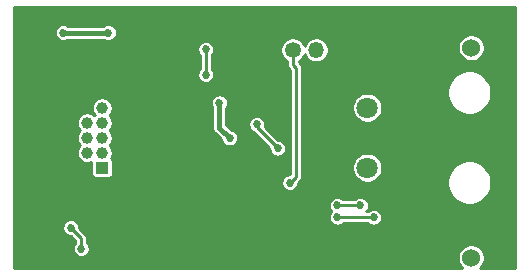
<source format=gbr>
G04 #@! TF.GenerationSoftware,KiCad,Pcbnew,(5.1.10)-1*
G04 #@! TF.CreationDate,2021-12-17T12:19:08+00:00*
G04 #@! TF.ProjectId,Updifier,55706469-6669-4657-922e-6b696361645f,rev?*
G04 #@! TF.SameCoordinates,Original*
G04 #@! TF.FileFunction,Copper,L2,Bot*
G04 #@! TF.FilePolarity,Positive*
%FSLAX46Y46*%
G04 Gerber Fmt 4.6, Leading zero omitted, Abs format (unit mm)*
G04 Created by KiCad (PCBNEW (5.1.10)-1) date 2021-12-17 12:19:08*
%MOMM*%
%LPD*%
G01*
G04 APERTURE LIST*
G04 #@! TA.AperFunction,ComponentPad*
%ADD10C,1.800000*%
G04 #@! TD*
G04 #@! TA.AperFunction,ComponentPad*
%ADD11O,1.350000X1.350000*%
G04 #@! TD*
G04 #@! TA.AperFunction,ComponentPad*
%ADD12C,1.350000*%
G04 #@! TD*
G04 #@! TA.AperFunction,ComponentPad*
%ADD13R,1.090000X1.000000*%
G04 #@! TD*
G04 #@! TA.AperFunction,ComponentPad*
%ADD14C,1.000000*%
G04 #@! TD*
G04 #@! TA.AperFunction,ComponentPad*
%ADD15C,1.524000*%
G04 #@! TD*
G04 #@! TA.AperFunction,ViaPad*
%ADD16C,0.685800*%
G04 #@! TD*
G04 #@! TA.AperFunction,Conductor*
%ADD17C,0.406400*%
G04 #@! TD*
G04 #@! TA.AperFunction,Conductor*
%ADD18C,0.250000*%
G04 #@! TD*
G04 #@! TA.AperFunction,Conductor*
%ADD19C,0.254000*%
G04 #@! TD*
G04 #@! TA.AperFunction,Conductor*
%ADD20C,0.100000*%
G04 #@! TD*
G04 APERTURE END LIST*
D10*
X176350000Y-62230000D03*
X176350000Y-59690000D03*
X176350000Y-57150000D03*
D11*
X172050000Y-52260000D03*
D12*
X170050000Y-52260000D03*
D13*
X153924000Y-62230000D03*
D14*
X152654000Y-62230000D03*
X153924000Y-60960000D03*
X152654000Y-60960000D03*
X153924000Y-59690000D03*
X152654000Y-59690000D03*
X153924000Y-58420000D03*
X152654000Y-58420000D03*
X153924000Y-57150000D03*
X152654000Y-57150000D03*
D15*
X185150000Y-69850000D03*
X185150000Y-67310000D03*
X185150000Y-52070000D03*
X185150000Y-49530000D03*
D16*
X156210000Y-69977000D03*
X148970994Y-67818000D03*
X160782000Y-50419000D03*
X159893000Y-55626000D03*
X173863000Y-57785000D03*
X171577000Y-60833000D03*
X161785000Y-60338000D03*
X163322000Y-61214000D03*
X164719000Y-69342000D03*
X147320000Y-69850000D03*
X147320000Y-59690000D03*
X156210000Y-49530000D03*
X187960000Y-59690000D03*
X187960000Y-50800000D03*
X187960000Y-68580000D03*
X152400000Y-54610000D03*
X154686000Y-69977000D03*
X159800000Y-61260000D03*
X166050000Y-51498992D03*
X166050000Y-54101994D03*
X169799998Y-63510000D03*
X152141784Y-69087068D03*
X151257000Y-67310000D03*
X175768000Y-65405000D03*
X173826890Y-65405000D03*
X163830000Y-56732900D03*
X164699996Y-59710000D03*
X154432000Y-50800000D03*
X150622000Y-50800000D03*
X168783000Y-60579000D03*
X167005000Y-58546984D03*
X162687000Y-54356000D03*
X162687000Y-52197000D03*
X176911000Y-66421000D03*
X173826890Y-66421000D03*
D17*
X149097988Y-62230000D02*
X148970994Y-62103006D01*
X152654000Y-62230000D02*
X149097988Y-62230000D01*
X148970994Y-62103006D02*
X148970994Y-67818000D01*
X158614254Y-50419000D02*
X160782000Y-50419000D01*
X152654000Y-56379254D02*
X158614254Y-50419000D01*
X152654000Y-57150000D02*
X152654000Y-56379254D01*
X160782000Y-54737000D02*
X159893000Y-55626000D01*
X160782000Y-50419000D02*
X160782000Y-54737000D01*
X175768000Y-59690000D02*
X173863000Y-57785000D01*
X176350000Y-59690000D02*
X175768000Y-59690000D01*
X171577000Y-60071000D02*
X173863000Y-57785000D01*
X171577000Y-60833000D02*
X171577000Y-60071000D01*
X183970000Y-67310000D02*
X185150000Y-67310000D01*
X176350000Y-59690000D02*
X183970000Y-67310000D01*
X160366966Y-55626000D02*
X159893000Y-55626000D01*
X161785000Y-57044034D02*
X160366966Y-55626000D01*
X161785000Y-60338000D02*
X161785000Y-57044034D01*
X163322000Y-61214000D02*
X163322000Y-67056000D01*
X164719000Y-68453000D02*
X164719000Y-69342000D01*
X163322000Y-67056000D02*
X164719000Y-68453000D01*
D18*
X147320000Y-69468994D02*
X147320000Y-69850000D01*
X148970994Y-67818000D02*
X147320000Y-69468994D01*
X147320000Y-59690000D02*
X147320000Y-52070000D01*
X149860000Y-49530000D02*
X156210000Y-49530000D01*
X147320000Y-52070000D02*
X149860000Y-49530000D01*
X187960000Y-59690000D02*
X187960000Y-50800000D01*
D17*
X151129994Y-69977000D02*
X154686000Y-69977000D01*
X148970994Y-67818000D02*
X151129994Y-69977000D01*
X156210000Y-69977000D02*
X154686000Y-69977000D01*
D18*
X171577000Y-60833000D02*
X171577000Y-63733000D01*
X171577000Y-63733000D02*
X170300000Y-65010000D01*
X167118000Y-65010000D02*
X163322000Y-61214000D01*
X170300000Y-65010000D02*
X167118000Y-65010000D01*
D17*
X157052000Y-64008000D02*
X159800000Y-61260000D01*
X153661254Y-64008000D02*
X157052000Y-64008000D01*
X152654000Y-63000746D02*
X153661254Y-64008000D01*
X152654000Y-62230000D02*
X152654000Y-63000746D01*
X164970008Y-50419000D02*
X166050000Y-51498992D01*
X160782000Y-50419000D02*
X164970008Y-50419000D01*
D18*
X157725254Y-49530000D02*
X158614254Y-50419000D01*
X156210000Y-49530000D02*
X157725254Y-49530000D01*
D17*
X148970994Y-58339006D02*
X148970994Y-62103006D01*
X150160000Y-57150000D02*
X148970994Y-58339006D01*
X152654000Y-57150000D02*
X150160000Y-57150000D01*
D18*
X166050000Y-51498992D02*
X166050000Y-54101994D01*
X187960000Y-59690000D02*
X187960000Y-68580000D01*
X170300000Y-63009998D02*
X169799998Y-63510000D01*
X170300000Y-53760000D02*
X170300000Y-63009998D01*
X170050000Y-53510000D02*
X170300000Y-53760000D01*
X170050000Y-53510000D02*
X170050000Y-52260000D01*
X152141784Y-68194784D02*
X151257000Y-67310000D01*
X152141784Y-69087068D02*
X152141784Y-68194784D01*
X175768000Y-65405000D02*
X173826890Y-65405000D01*
D17*
X163830000Y-58840004D02*
X164699996Y-59710000D01*
X163830000Y-56732900D02*
X163830000Y-58840004D01*
X150622000Y-50800000D02*
X154432000Y-50800000D01*
D18*
X162687000Y-54356000D02*
X162687000Y-52197000D01*
X167005000Y-58801000D02*
X167005000Y-58546984D01*
X168783000Y-60579000D02*
X167005000Y-58801000D01*
X176911000Y-66421000D02*
X173826890Y-66421000D01*
D19*
X188824001Y-70714000D02*
X185902446Y-70714000D01*
X186037826Y-70578620D01*
X186162913Y-70391413D01*
X186249075Y-70183401D01*
X186293000Y-69962576D01*
X186293000Y-69737424D01*
X186249075Y-69516599D01*
X186162913Y-69308587D01*
X186037826Y-69121380D01*
X185878620Y-68962174D01*
X185691413Y-68837087D01*
X185483401Y-68750925D01*
X185262576Y-68707000D01*
X185037424Y-68707000D01*
X184816599Y-68750925D01*
X184608587Y-68837087D01*
X184421380Y-68962174D01*
X184262174Y-69121380D01*
X184137087Y-69308587D01*
X184050925Y-69516599D01*
X184007000Y-69737424D01*
X184007000Y-69962576D01*
X184050925Y-70183401D01*
X184137087Y-70391413D01*
X184262174Y-70578620D01*
X184397554Y-70714000D01*
X146456000Y-70714000D01*
X146456000Y-67238702D01*
X150533100Y-67238702D01*
X150533100Y-67381298D01*
X150560919Y-67521154D01*
X150615488Y-67652895D01*
X150694710Y-67771460D01*
X150795540Y-67872290D01*
X150914105Y-67951512D01*
X151045846Y-68006081D01*
X151185702Y-68033900D01*
X151265309Y-68033900D01*
X151635785Y-68404377D01*
X151635785Y-68569317D01*
X151579494Y-68625608D01*
X151500272Y-68744173D01*
X151445703Y-68875914D01*
X151417884Y-69015770D01*
X151417884Y-69158366D01*
X151445703Y-69298222D01*
X151500272Y-69429963D01*
X151579494Y-69548528D01*
X151680324Y-69649358D01*
X151798889Y-69728580D01*
X151930630Y-69783149D01*
X152070486Y-69810968D01*
X152213082Y-69810968D01*
X152352938Y-69783149D01*
X152484679Y-69728580D01*
X152603244Y-69649358D01*
X152704074Y-69548528D01*
X152783296Y-69429963D01*
X152837865Y-69298222D01*
X152865684Y-69158366D01*
X152865684Y-69015770D01*
X152837865Y-68875914D01*
X152783296Y-68744173D01*
X152704074Y-68625608D01*
X152647784Y-68569318D01*
X152647784Y-68219638D01*
X152650232Y-68194784D01*
X152640462Y-68095591D01*
X152611529Y-68000209D01*
X152564543Y-67912305D01*
X152501311Y-67835257D01*
X152482004Y-67819412D01*
X151980900Y-67318309D01*
X151980900Y-67238702D01*
X151953081Y-67098846D01*
X151898512Y-66967105D01*
X151819290Y-66848540D01*
X151718460Y-66747710D01*
X151599895Y-66668488D01*
X151468154Y-66613919D01*
X151328298Y-66586100D01*
X151185702Y-66586100D01*
X151045846Y-66613919D01*
X150914105Y-66668488D01*
X150795540Y-66747710D01*
X150694710Y-66848540D01*
X150615488Y-66967105D01*
X150560919Y-67098846D01*
X150533100Y-67238702D01*
X146456000Y-67238702D01*
X146456000Y-65333702D01*
X173102990Y-65333702D01*
X173102990Y-65476298D01*
X173130809Y-65616154D01*
X173185378Y-65747895D01*
X173264600Y-65866460D01*
X173311140Y-65913000D01*
X173264600Y-65959540D01*
X173185378Y-66078105D01*
X173130809Y-66209846D01*
X173102990Y-66349702D01*
X173102990Y-66492298D01*
X173130809Y-66632154D01*
X173185378Y-66763895D01*
X173264600Y-66882460D01*
X173365430Y-66983290D01*
X173483995Y-67062512D01*
X173615736Y-67117081D01*
X173755592Y-67144900D01*
X173898188Y-67144900D01*
X174038044Y-67117081D01*
X174169785Y-67062512D01*
X174288350Y-66983290D01*
X174344640Y-66927000D01*
X176393250Y-66927000D01*
X176449540Y-66983290D01*
X176568105Y-67062512D01*
X176699846Y-67117081D01*
X176839702Y-67144900D01*
X176982298Y-67144900D01*
X177122154Y-67117081D01*
X177253895Y-67062512D01*
X177372460Y-66983290D01*
X177473290Y-66882460D01*
X177552512Y-66763895D01*
X177607081Y-66632154D01*
X177634900Y-66492298D01*
X177634900Y-66349702D01*
X177607081Y-66209846D01*
X177552512Y-66078105D01*
X177473290Y-65959540D01*
X177372460Y-65858710D01*
X177253895Y-65779488D01*
X177122154Y-65724919D01*
X176982298Y-65697100D01*
X176839702Y-65697100D01*
X176699846Y-65724919D01*
X176568105Y-65779488D01*
X176449540Y-65858710D01*
X176393250Y-65915000D01*
X176281750Y-65915000D01*
X176330290Y-65866460D01*
X176409512Y-65747895D01*
X176464081Y-65616154D01*
X176491900Y-65476298D01*
X176491900Y-65333702D01*
X176464081Y-65193846D01*
X176409512Y-65062105D01*
X176330290Y-64943540D01*
X176229460Y-64842710D01*
X176110895Y-64763488D01*
X175979154Y-64708919D01*
X175839298Y-64681100D01*
X175696702Y-64681100D01*
X175556846Y-64708919D01*
X175425105Y-64763488D01*
X175306540Y-64842710D01*
X175250250Y-64899000D01*
X174344640Y-64899000D01*
X174288350Y-64842710D01*
X174169785Y-64763488D01*
X174038044Y-64708919D01*
X173898188Y-64681100D01*
X173755592Y-64681100D01*
X173615736Y-64708919D01*
X173483995Y-64763488D01*
X173365430Y-64842710D01*
X173264600Y-64943540D01*
X173185378Y-65062105D01*
X173130809Y-65193846D01*
X173102990Y-65333702D01*
X146456000Y-65333702D01*
X146456000Y-58333229D01*
X151773000Y-58333229D01*
X151773000Y-58506771D01*
X151806856Y-58676978D01*
X151873268Y-58837310D01*
X151969682Y-58981605D01*
X152043077Y-59055000D01*
X151969682Y-59128395D01*
X151873268Y-59272690D01*
X151806856Y-59433022D01*
X151773000Y-59603229D01*
X151773000Y-59776771D01*
X151806856Y-59946978D01*
X151873268Y-60107310D01*
X151969682Y-60251605D01*
X152043077Y-60325000D01*
X151969682Y-60398395D01*
X151873268Y-60542690D01*
X151806856Y-60703022D01*
X151773000Y-60873229D01*
X151773000Y-61046771D01*
X151806856Y-61216978D01*
X151873268Y-61377310D01*
X151969682Y-61521605D01*
X152092395Y-61644318D01*
X152236690Y-61740732D01*
X152397022Y-61807144D01*
X152567229Y-61841000D01*
X152740771Y-61841000D01*
X152910978Y-61807144D01*
X152996157Y-61771862D01*
X152996157Y-62730000D01*
X153003513Y-62804689D01*
X153025299Y-62876508D01*
X153060678Y-62942696D01*
X153108289Y-63000711D01*
X153166304Y-63048322D01*
X153232492Y-63083701D01*
X153304311Y-63105487D01*
X153379000Y-63112843D01*
X154469000Y-63112843D01*
X154543689Y-63105487D01*
X154615508Y-63083701D01*
X154681696Y-63048322D01*
X154739711Y-63000711D01*
X154787322Y-62942696D01*
X154822701Y-62876508D01*
X154844487Y-62804689D01*
X154851843Y-62730000D01*
X154851843Y-61730000D01*
X154844487Y-61655311D01*
X154822701Y-61583492D01*
X154787322Y-61517304D01*
X154739711Y-61459289D01*
X154681743Y-61411716D01*
X154704732Y-61377310D01*
X154771144Y-61216978D01*
X154805000Y-61046771D01*
X154805000Y-60873229D01*
X154771144Y-60703022D01*
X154704732Y-60542690D01*
X154608318Y-60398395D01*
X154534923Y-60325000D01*
X154608318Y-60251605D01*
X154704732Y-60107310D01*
X154771144Y-59946978D01*
X154805000Y-59776771D01*
X154805000Y-59603229D01*
X154771144Y-59433022D01*
X154704732Y-59272690D01*
X154608318Y-59128395D01*
X154534923Y-59055000D01*
X154608318Y-58981605D01*
X154704732Y-58837310D01*
X154771144Y-58676978D01*
X154805000Y-58506771D01*
X154805000Y-58333229D01*
X154771144Y-58163022D01*
X154704732Y-58002690D01*
X154608318Y-57858395D01*
X154534923Y-57785000D01*
X154608318Y-57711605D01*
X154704732Y-57567310D01*
X154771144Y-57406978D01*
X154805000Y-57236771D01*
X154805000Y-57063229D01*
X154771144Y-56893022D01*
X154704732Y-56732690D01*
X154657233Y-56661602D01*
X163106100Y-56661602D01*
X163106100Y-56804198D01*
X163133919Y-56944054D01*
X163188488Y-57075795D01*
X163245800Y-57161569D01*
X163245801Y-58811310D01*
X163242975Y-58840004D01*
X163254254Y-58954527D01*
X163287659Y-59064648D01*
X163311513Y-59109274D01*
X163341907Y-59166138D01*
X163373345Y-59204446D01*
X163396620Y-59232807D01*
X163396623Y-59232810D01*
X163414911Y-59255094D01*
X163437195Y-59273382D01*
X163983790Y-59819977D01*
X164003915Y-59921154D01*
X164058484Y-60052895D01*
X164137706Y-60171460D01*
X164238536Y-60272290D01*
X164357101Y-60351512D01*
X164488842Y-60406081D01*
X164628698Y-60433900D01*
X164771294Y-60433900D01*
X164911150Y-60406081D01*
X165042891Y-60351512D01*
X165161456Y-60272290D01*
X165262286Y-60171460D01*
X165341508Y-60052895D01*
X165396077Y-59921154D01*
X165423896Y-59781298D01*
X165423896Y-59638702D01*
X165396077Y-59498846D01*
X165341508Y-59367105D01*
X165262286Y-59248540D01*
X165161456Y-59147710D01*
X165042891Y-59068488D01*
X164911150Y-59013919D01*
X164809973Y-58993794D01*
X164414200Y-58598021D01*
X164414200Y-58475686D01*
X166281100Y-58475686D01*
X166281100Y-58618282D01*
X166308919Y-58758138D01*
X166363488Y-58889879D01*
X166442710Y-59008444D01*
X166543540Y-59109274D01*
X166662105Y-59188496D01*
X166687370Y-59198961D01*
X168059100Y-60570692D01*
X168059100Y-60650298D01*
X168086919Y-60790154D01*
X168141488Y-60921895D01*
X168220710Y-61040460D01*
X168321540Y-61141290D01*
X168440105Y-61220512D01*
X168571846Y-61275081D01*
X168711702Y-61302900D01*
X168854298Y-61302900D01*
X168994154Y-61275081D01*
X169125895Y-61220512D01*
X169244460Y-61141290D01*
X169345290Y-61040460D01*
X169424512Y-60921895D01*
X169479081Y-60790154D01*
X169506900Y-60650298D01*
X169506900Y-60507702D01*
X169479081Y-60367846D01*
X169424512Y-60236105D01*
X169345290Y-60117540D01*
X169244460Y-60016710D01*
X169125895Y-59937488D01*
X168994154Y-59882919D01*
X168854298Y-59855100D01*
X168774692Y-59855100D01*
X167694241Y-58774650D01*
X167701081Y-58758138D01*
X167728900Y-58618282D01*
X167728900Y-58475686D01*
X167701081Y-58335830D01*
X167646512Y-58204089D01*
X167567290Y-58085524D01*
X167466460Y-57984694D01*
X167347895Y-57905472D01*
X167216154Y-57850903D01*
X167076298Y-57823084D01*
X166933702Y-57823084D01*
X166793846Y-57850903D01*
X166662105Y-57905472D01*
X166543540Y-57984694D01*
X166442710Y-58085524D01*
X166363488Y-58204089D01*
X166308919Y-58335830D01*
X166281100Y-58475686D01*
X164414200Y-58475686D01*
X164414200Y-57161569D01*
X164471512Y-57075795D01*
X164526081Y-56944054D01*
X164553900Y-56804198D01*
X164553900Y-56661602D01*
X164526081Y-56521746D01*
X164471512Y-56390005D01*
X164392290Y-56271440D01*
X164291460Y-56170610D01*
X164172895Y-56091388D01*
X164041154Y-56036819D01*
X163901298Y-56009000D01*
X163758702Y-56009000D01*
X163618846Y-56036819D01*
X163487105Y-56091388D01*
X163368540Y-56170610D01*
X163267710Y-56271440D01*
X163188488Y-56390005D01*
X163133919Y-56521746D01*
X163106100Y-56661602D01*
X154657233Y-56661602D01*
X154608318Y-56588395D01*
X154485605Y-56465682D01*
X154341310Y-56369268D01*
X154180978Y-56302856D01*
X154010771Y-56269000D01*
X153837229Y-56269000D01*
X153667022Y-56302856D01*
X153506690Y-56369268D01*
X153362395Y-56465682D01*
X153239682Y-56588395D01*
X153143268Y-56732690D01*
X153076856Y-56893022D01*
X153043000Y-57063229D01*
X153043000Y-57236771D01*
X153076856Y-57406978D01*
X153143268Y-57567310D01*
X153239682Y-57711605D01*
X153313077Y-57785000D01*
X153289000Y-57809077D01*
X153215605Y-57735682D01*
X153071310Y-57639268D01*
X152910978Y-57572856D01*
X152740771Y-57539000D01*
X152567229Y-57539000D01*
X152397022Y-57572856D01*
X152236690Y-57639268D01*
X152092395Y-57735682D01*
X151969682Y-57858395D01*
X151873268Y-58002690D01*
X151806856Y-58163022D01*
X151773000Y-58333229D01*
X146456000Y-58333229D01*
X146456000Y-52125702D01*
X161963100Y-52125702D01*
X161963100Y-52268298D01*
X161990919Y-52408154D01*
X162045488Y-52539895D01*
X162124710Y-52658460D01*
X162181001Y-52714751D01*
X162181000Y-53838250D01*
X162124710Y-53894540D01*
X162045488Y-54013105D01*
X161990919Y-54144846D01*
X161963100Y-54284702D01*
X161963100Y-54427298D01*
X161990919Y-54567154D01*
X162045488Y-54698895D01*
X162124710Y-54817460D01*
X162225540Y-54918290D01*
X162344105Y-54997512D01*
X162475846Y-55052081D01*
X162615702Y-55079900D01*
X162758298Y-55079900D01*
X162898154Y-55052081D01*
X163029895Y-54997512D01*
X163148460Y-54918290D01*
X163249290Y-54817460D01*
X163328512Y-54698895D01*
X163383081Y-54567154D01*
X163410900Y-54427298D01*
X163410900Y-54284702D01*
X163383081Y-54144846D01*
X163328512Y-54013105D01*
X163249290Y-53894540D01*
X163193000Y-53838250D01*
X163193000Y-52714750D01*
X163249290Y-52658460D01*
X163328512Y-52539895D01*
X163383081Y-52408154D01*
X163410900Y-52268298D01*
X163410900Y-52155993D01*
X168994000Y-52155993D01*
X168994000Y-52364007D01*
X169034581Y-52568024D01*
X169114185Y-52760204D01*
X169229751Y-52933161D01*
X169376839Y-53080249D01*
X169544000Y-53191942D01*
X169544000Y-53485153D01*
X169541553Y-53510000D01*
X169544000Y-53534846D01*
X169544000Y-53534853D01*
X169551322Y-53609192D01*
X169580255Y-53704574D01*
X169627241Y-53792479D01*
X169690473Y-53869527D01*
X169709785Y-53885376D01*
X169794000Y-53969591D01*
X169794001Y-62786100D01*
X169728700Y-62786100D01*
X169588844Y-62813919D01*
X169457103Y-62868488D01*
X169338538Y-62947710D01*
X169237708Y-63048540D01*
X169158486Y-63167105D01*
X169103917Y-63298846D01*
X169076098Y-63438702D01*
X169076098Y-63581298D01*
X169103917Y-63721154D01*
X169158486Y-63852895D01*
X169237708Y-63971460D01*
X169338538Y-64072290D01*
X169457103Y-64151512D01*
X169588844Y-64206081D01*
X169728700Y-64233900D01*
X169871296Y-64233900D01*
X170011152Y-64206081D01*
X170142893Y-64151512D01*
X170261458Y-64072290D01*
X170362288Y-63971460D01*
X170441510Y-63852895D01*
X170496079Y-63721154D01*
X170523898Y-63581298D01*
X170523898Y-63501692D01*
X170640220Y-63385370D01*
X170659527Y-63369525D01*
X170722759Y-63292477D01*
X170769745Y-63204573D01*
X170798678Y-63109191D01*
X170806000Y-63034852D01*
X170808448Y-63009998D01*
X170806000Y-62985144D01*
X170806000Y-62103833D01*
X175069000Y-62103833D01*
X175069000Y-62356167D01*
X175118228Y-62603654D01*
X175214793Y-62836781D01*
X175354982Y-63046590D01*
X175533410Y-63225018D01*
X175743219Y-63365207D01*
X175976346Y-63461772D01*
X176223833Y-63511000D01*
X176476167Y-63511000D01*
X176723654Y-63461772D01*
X176956781Y-63365207D01*
X177032313Y-63314738D01*
X183109000Y-63314738D01*
X183109000Y-63685262D01*
X183181286Y-64048667D01*
X183323080Y-64390987D01*
X183528932Y-64699067D01*
X183790933Y-64961068D01*
X184099013Y-65166920D01*
X184441333Y-65308714D01*
X184804738Y-65381000D01*
X185175262Y-65381000D01*
X185538667Y-65308714D01*
X185880987Y-65166920D01*
X186189067Y-64961068D01*
X186451068Y-64699067D01*
X186656920Y-64390987D01*
X186798714Y-64048667D01*
X186871000Y-63685262D01*
X186871000Y-63314738D01*
X186798714Y-62951333D01*
X186656920Y-62609013D01*
X186451068Y-62300933D01*
X186189067Y-62038932D01*
X185880987Y-61833080D01*
X185538667Y-61691286D01*
X185175262Y-61619000D01*
X184804738Y-61619000D01*
X184441333Y-61691286D01*
X184099013Y-61833080D01*
X183790933Y-62038932D01*
X183528932Y-62300933D01*
X183323080Y-62609013D01*
X183181286Y-62951333D01*
X183109000Y-63314738D01*
X177032313Y-63314738D01*
X177166590Y-63225018D01*
X177345018Y-63046590D01*
X177485207Y-62836781D01*
X177581772Y-62603654D01*
X177631000Y-62356167D01*
X177631000Y-62103833D01*
X177581772Y-61856346D01*
X177485207Y-61623219D01*
X177345018Y-61413410D01*
X177166590Y-61234982D01*
X176956781Y-61094793D01*
X176723654Y-60998228D01*
X176476167Y-60949000D01*
X176223833Y-60949000D01*
X175976346Y-60998228D01*
X175743219Y-61094793D01*
X175533410Y-61234982D01*
X175354982Y-61413410D01*
X175214793Y-61623219D01*
X175118228Y-61856346D01*
X175069000Y-62103833D01*
X170806000Y-62103833D01*
X170806000Y-57023833D01*
X175069000Y-57023833D01*
X175069000Y-57276167D01*
X175118228Y-57523654D01*
X175214793Y-57756781D01*
X175354982Y-57966590D01*
X175533410Y-58145018D01*
X175743219Y-58285207D01*
X175976346Y-58381772D01*
X176223833Y-58431000D01*
X176476167Y-58431000D01*
X176723654Y-58381772D01*
X176956781Y-58285207D01*
X177166590Y-58145018D01*
X177345018Y-57966590D01*
X177485207Y-57756781D01*
X177581772Y-57523654D01*
X177631000Y-57276167D01*
X177631000Y-57023833D01*
X177581772Y-56776346D01*
X177485207Y-56543219D01*
X177345018Y-56333410D01*
X177166590Y-56154982D01*
X176956781Y-56014793D01*
X176723654Y-55918228D01*
X176476167Y-55869000D01*
X176223833Y-55869000D01*
X175976346Y-55918228D01*
X175743219Y-56014793D01*
X175533410Y-56154982D01*
X175354982Y-56333410D01*
X175214793Y-56543219D01*
X175118228Y-56776346D01*
X175069000Y-57023833D01*
X170806000Y-57023833D01*
X170806000Y-55694738D01*
X183109000Y-55694738D01*
X183109000Y-56065262D01*
X183181286Y-56428667D01*
X183323080Y-56770987D01*
X183528932Y-57079067D01*
X183790933Y-57341068D01*
X184099013Y-57546920D01*
X184441333Y-57688714D01*
X184804738Y-57761000D01*
X185175262Y-57761000D01*
X185538667Y-57688714D01*
X185880987Y-57546920D01*
X186189067Y-57341068D01*
X186451068Y-57079067D01*
X186656920Y-56770987D01*
X186798714Y-56428667D01*
X186871000Y-56065262D01*
X186871000Y-55694738D01*
X186798714Y-55331333D01*
X186656920Y-54989013D01*
X186451068Y-54680933D01*
X186189067Y-54418932D01*
X185880987Y-54213080D01*
X185538667Y-54071286D01*
X185175262Y-53999000D01*
X184804738Y-53999000D01*
X184441333Y-54071286D01*
X184099013Y-54213080D01*
X183790933Y-54418932D01*
X183528932Y-54680933D01*
X183323080Y-54989013D01*
X183181286Y-55331333D01*
X183109000Y-55694738D01*
X170806000Y-55694738D01*
X170806000Y-53784845D01*
X170808447Y-53759999D01*
X170806000Y-53735153D01*
X170806000Y-53735146D01*
X170798678Y-53660807D01*
X170769745Y-53565425D01*
X170722759Y-53477521D01*
X170659527Y-53400473D01*
X170640215Y-53384624D01*
X170556000Y-53300409D01*
X170556000Y-53191942D01*
X170723161Y-53080249D01*
X170870249Y-52933161D01*
X170985815Y-52760204D01*
X171050000Y-52605249D01*
X171114185Y-52760204D01*
X171229751Y-52933161D01*
X171376839Y-53080249D01*
X171549796Y-53195815D01*
X171741976Y-53275419D01*
X171945993Y-53316000D01*
X172154007Y-53316000D01*
X172358024Y-53275419D01*
X172550204Y-53195815D01*
X172723161Y-53080249D01*
X172870249Y-52933161D01*
X172985815Y-52760204D01*
X173065419Y-52568024D01*
X173106000Y-52364007D01*
X173106000Y-52155993D01*
X173066503Y-51957424D01*
X184007000Y-51957424D01*
X184007000Y-52182576D01*
X184050925Y-52403401D01*
X184137087Y-52611413D01*
X184262174Y-52798620D01*
X184421380Y-52957826D01*
X184608587Y-53082913D01*
X184816599Y-53169075D01*
X185037424Y-53213000D01*
X185262576Y-53213000D01*
X185483401Y-53169075D01*
X185691413Y-53082913D01*
X185878620Y-52957826D01*
X186037826Y-52798620D01*
X186162913Y-52611413D01*
X186249075Y-52403401D01*
X186293000Y-52182576D01*
X186293000Y-51957424D01*
X186249075Y-51736599D01*
X186162913Y-51528587D01*
X186037826Y-51341380D01*
X185878620Y-51182174D01*
X185691413Y-51057087D01*
X185483401Y-50970925D01*
X185262576Y-50927000D01*
X185037424Y-50927000D01*
X184816599Y-50970925D01*
X184608587Y-51057087D01*
X184421380Y-51182174D01*
X184262174Y-51341380D01*
X184137087Y-51528587D01*
X184050925Y-51736599D01*
X184007000Y-51957424D01*
X173066503Y-51957424D01*
X173065419Y-51951976D01*
X172985815Y-51759796D01*
X172870249Y-51586839D01*
X172723161Y-51439751D01*
X172550204Y-51324185D01*
X172358024Y-51244581D01*
X172154007Y-51204000D01*
X171945993Y-51204000D01*
X171741976Y-51244581D01*
X171549796Y-51324185D01*
X171376839Y-51439751D01*
X171229751Y-51586839D01*
X171114185Y-51759796D01*
X171050000Y-51914751D01*
X170985815Y-51759796D01*
X170870249Y-51586839D01*
X170723161Y-51439751D01*
X170550204Y-51324185D01*
X170358024Y-51244581D01*
X170154007Y-51204000D01*
X169945993Y-51204000D01*
X169741976Y-51244581D01*
X169549796Y-51324185D01*
X169376839Y-51439751D01*
X169229751Y-51586839D01*
X169114185Y-51759796D01*
X169034581Y-51951976D01*
X168994000Y-52155993D01*
X163410900Y-52155993D01*
X163410900Y-52125702D01*
X163383081Y-51985846D01*
X163328512Y-51854105D01*
X163249290Y-51735540D01*
X163148460Y-51634710D01*
X163029895Y-51555488D01*
X162898154Y-51500919D01*
X162758298Y-51473100D01*
X162615702Y-51473100D01*
X162475846Y-51500919D01*
X162344105Y-51555488D01*
X162225540Y-51634710D01*
X162124710Y-51735540D01*
X162045488Y-51854105D01*
X161990919Y-51985846D01*
X161963100Y-52125702D01*
X146456000Y-52125702D01*
X146456000Y-50728702D01*
X149898100Y-50728702D01*
X149898100Y-50871298D01*
X149925919Y-51011154D01*
X149980488Y-51142895D01*
X150059710Y-51261460D01*
X150160540Y-51362290D01*
X150279105Y-51441512D01*
X150410846Y-51496081D01*
X150550702Y-51523900D01*
X150693298Y-51523900D01*
X150833154Y-51496081D01*
X150964895Y-51441512D01*
X151050669Y-51384200D01*
X154003331Y-51384200D01*
X154089105Y-51441512D01*
X154220846Y-51496081D01*
X154360702Y-51523900D01*
X154503298Y-51523900D01*
X154643154Y-51496081D01*
X154774895Y-51441512D01*
X154893460Y-51362290D01*
X154994290Y-51261460D01*
X155073512Y-51142895D01*
X155128081Y-51011154D01*
X155155900Y-50871298D01*
X155155900Y-50728702D01*
X155128081Y-50588846D01*
X155073512Y-50457105D01*
X154994290Y-50338540D01*
X154893460Y-50237710D01*
X154774895Y-50158488D01*
X154643154Y-50103919D01*
X154503298Y-50076100D01*
X154360702Y-50076100D01*
X154220846Y-50103919D01*
X154089105Y-50158488D01*
X154003331Y-50215800D01*
X151050669Y-50215800D01*
X150964895Y-50158488D01*
X150833154Y-50103919D01*
X150693298Y-50076100D01*
X150550702Y-50076100D01*
X150410846Y-50103919D01*
X150279105Y-50158488D01*
X150160540Y-50237710D01*
X150059710Y-50338540D01*
X149980488Y-50457105D01*
X149925919Y-50588846D01*
X149898100Y-50728702D01*
X146456000Y-50728702D01*
X146456000Y-48666000D01*
X188824000Y-48666000D01*
X188824001Y-70714000D01*
G04 #@! TA.AperFunction,Conductor*
D20*
G36*
X188824001Y-70714000D02*
G01*
X185902446Y-70714000D01*
X186037826Y-70578620D01*
X186162913Y-70391413D01*
X186249075Y-70183401D01*
X186293000Y-69962576D01*
X186293000Y-69737424D01*
X186249075Y-69516599D01*
X186162913Y-69308587D01*
X186037826Y-69121380D01*
X185878620Y-68962174D01*
X185691413Y-68837087D01*
X185483401Y-68750925D01*
X185262576Y-68707000D01*
X185037424Y-68707000D01*
X184816599Y-68750925D01*
X184608587Y-68837087D01*
X184421380Y-68962174D01*
X184262174Y-69121380D01*
X184137087Y-69308587D01*
X184050925Y-69516599D01*
X184007000Y-69737424D01*
X184007000Y-69962576D01*
X184050925Y-70183401D01*
X184137087Y-70391413D01*
X184262174Y-70578620D01*
X184397554Y-70714000D01*
X146456000Y-70714000D01*
X146456000Y-67238702D01*
X150533100Y-67238702D01*
X150533100Y-67381298D01*
X150560919Y-67521154D01*
X150615488Y-67652895D01*
X150694710Y-67771460D01*
X150795540Y-67872290D01*
X150914105Y-67951512D01*
X151045846Y-68006081D01*
X151185702Y-68033900D01*
X151265309Y-68033900D01*
X151635785Y-68404377D01*
X151635785Y-68569317D01*
X151579494Y-68625608D01*
X151500272Y-68744173D01*
X151445703Y-68875914D01*
X151417884Y-69015770D01*
X151417884Y-69158366D01*
X151445703Y-69298222D01*
X151500272Y-69429963D01*
X151579494Y-69548528D01*
X151680324Y-69649358D01*
X151798889Y-69728580D01*
X151930630Y-69783149D01*
X152070486Y-69810968D01*
X152213082Y-69810968D01*
X152352938Y-69783149D01*
X152484679Y-69728580D01*
X152603244Y-69649358D01*
X152704074Y-69548528D01*
X152783296Y-69429963D01*
X152837865Y-69298222D01*
X152865684Y-69158366D01*
X152865684Y-69015770D01*
X152837865Y-68875914D01*
X152783296Y-68744173D01*
X152704074Y-68625608D01*
X152647784Y-68569318D01*
X152647784Y-68219638D01*
X152650232Y-68194784D01*
X152640462Y-68095591D01*
X152611529Y-68000209D01*
X152564543Y-67912305D01*
X152501311Y-67835257D01*
X152482004Y-67819412D01*
X151980900Y-67318309D01*
X151980900Y-67238702D01*
X151953081Y-67098846D01*
X151898512Y-66967105D01*
X151819290Y-66848540D01*
X151718460Y-66747710D01*
X151599895Y-66668488D01*
X151468154Y-66613919D01*
X151328298Y-66586100D01*
X151185702Y-66586100D01*
X151045846Y-66613919D01*
X150914105Y-66668488D01*
X150795540Y-66747710D01*
X150694710Y-66848540D01*
X150615488Y-66967105D01*
X150560919Y-67098846D01*
X150533100Y-67238702D01*
X146456000Y-67238702D01*
X146456000Y-65333702D01*
X173102990Y-65333702D01*
X173102990Y-65476298D01*
X173130809Y-65616154D01*
X173185378Y-65747895D01*
X173264600Y-65866460D01*
X173311140Y-65913000D01*
X173264600Y-65959540D01*
X173185378Y-66078105D01*
X173130809Y-66209846D01*
X173102990Y-66349702D01*
X173102990Y-66492298D01*
X173130809Y-66632154D01*
X173185378Y-66763895D01*
X173264600Y-66882460D01*
X173365430Y-66983290D01*
X173483995Y-67062512D01*
X173615736Y-67117081D01*
X173755592Y-67144900D01*
X173898188Y-67144900D01*
X174038044Y-67117081D01*
X174169785Y-67062512D01*
X174288350Y-66983290D01*
X174344640Y-66927000D01*
X176393250Y-66927000D01*
X176449540Y-66983290D01*
X176568105Y-67062512D01*
X176699846Y-67117081D01*
X176839702Y-67144900D01*
X176982298Y-67144900D01*
X177122154Y-67117081D01*
X177253895Y-67062512D01*
X177372460Y-66983290D01*
X177473290Y-66882460D01*
X177552512Y-66763895D01*
X177607081Y-66632154D01*
X177634900Y-66492298D01*
X177634900Y-66349702D01*
X177607081Y-66209846D01*
X177552512Y-66078105D01*
X177473290Y-65959540D01*
X177372460Y-65858710D01*
X177253895Y-65779488D01*
X177122154Y-65724919D01*
X176982298Y-65697100D01*
X176839702Y-65697100D01*
X176699846Y-65724919D01*
X176568105Y-65779488D01*
X176449540Y-65858710D01*
X176393250Y-65915000D01*
X176281750Y-65915000D01*
X176330290Y-65866460D01*
X176409512Y-65747895D01*
X176464081Y-65616154D01*
X176491900Y-65476298D01*
X176491900Y-65333702D01*
X176464081Y-65193846D01*
X176409512Y-65062105D01*
X176330290Y-64943540D01*
X176229460Y-64842710D01*
X176110895Y-64763488D01*
X175979154Y-64708919D01*
X175839298Y-64681100D01*
X175696702Y-64681100D01*
X175556846Y-64708919D01*
X175425105Y-64763488D01*
X175306540Y-64842710D01*
X175250250Y-64899000D01*
X174344640Y-64899000D01*
X174288350Y-64842710D01*
X174169785Y-64763488D01*
X174038044Y-64708919D01*
X173898188Y-64681100D01*
X173755592Y-64681100D01*
X173615736Y-64708919D01*
X173483995Y-64763488D01*
X173365430Y-64842710D01*
X173264600Y-64943540D01*
X173185378Y-65062105D01*
X173130809Y-65193846D01*
X173102990Y-65333702D01*
X146456000Y-65333702D01*
X146456000Y-58333229D01*
X151773000Y-58333229D01*
X151773000Y-58506771D01*
X151806856Y-58676978D01*
X151873268Y-58837310D01*
X151969682Y-58981605D01*
X152043077Y-59055000D01*
X151969682Y-59128395D01*
X151873268Y-59272690D01*
X151806856Y-59433022D01*
X151773000Y-59603229D01*
X151773000Y-59776771D01*
X151806856Y-59946978D01*
X151873268Y-60107310D01*
X151969682Y-60251605D01*
X152043077Y-60325000D01*
X151969682Y-60398395D01*
X151873268Y-60542690D01*
X151806856Y-60703022D01*
X151773000Y-60873229D01*
X151773000Y-61046771D01*
X151806856Y-61216978D01*
X151873268Y-61377310D01*
X151969682Y-61521605D01*
X152092395Y-61644318D01*
X152236690Y-61740732D01*
X152397022Y-61807144D01*
X152567229Y-61841000D01*
X152740771Y-61841000D01*
X152910978Y-61807144D01*
X152996157Y-61771862D01*
X152996157Y-62730000D01*
X153003513Y-62804689D01*
X153025299Y-62876508D01*
X153060678Y-62942696D01*
X153108289Y-63000711D01*
X153166304Y-63048322D01*
X153232492Y-63083701D01*
X153304311Y-63105487D01*
X153379000Y-63112843D01*
X154469000Y-63112843D01*
X154543689Y-63105487D01*
X154615508Y-63083701D01*
X154681696Y-63048322D01*
X154739711Y-63000711D01*
X154787322Y-62942696D01*
X154822701Y-62876508D01*
X154844487Y-62804689D01*
X154851843Y-62730000D01*
X154851843Y-61730000D01*
X154844487Y-61655311D01*
X154822701Y-61583492D01*
X154787322Y-61517304D01*
X154739711Y-61459289D01*
X154681743Y-61411716D01*
X154704732Y-61377310D01*
X154771144Y-61216978D01*
X154805000Y-61046771D01*
X154805000Y-60873229D01*
X154771144Y-60703022D01*
X154704732Y-60542690D01*
X154608318Y-60398395D01*
X154534923Y-60325000D01*
X154608318Y-60251605D01*
X154704732Y-60107310D01*
X154771144Y-59946978D01*
X154805000Y-59776771D01*
X154805000Y-59603229D01*
X154771144Y-59433022D01*
X154704732Y-59272690D01*
X154608318Y-59128395D01*
X154534923Y-59055000D01*
X154608318Y-58981605D01*
X154704732Y-58837310D01*
X154771144Y-58676978D01*
X154805000Y-58506771D01*
X154805000Y-58333229D01*
X154771144Y-58163022D01*
X154704732Y-58002690D01*
X154608318Y-57858395D01*
X154534923Y-57785000D01*
X154608318Y-57711605D01*
X154704732Y-57567310D01*
X154771144Y-57406978D01*
X154805000Y-57236771D01*
X154805000Y-57063229D01*
X154771144Y-56893022D01*
X154704732Y-56732690D01*
X154657233Y-56661602D01*
X163106100Y-56661602D01*
X163106100Y-56804198D01*
X163133919Y-56944054D01*
X163188488Y-57075795D01*
X163245800Y-57161569D01*
X163245801Y-58811310D01*
X163242975Y-58840004D01*
X163254254Y-58954527D01*
X163287659Y-59064648D01*
X163311513Y-59109274D01*
X163341907Y-59166138D01*
X163373345Y-59204446D01*
X163396620Y-59232807D01*
X163396623Y-59232810D01*
X163414911Y-59255094D01*
X163437195Y-59273382D01*
X163983790Y-59819977D01*
X164003915Y-59921154D01*
X164058484Y-60052895D01*
X164137706Y-60171460D01*
X164238536Y-60272290D01*
X164357101Y-60351512D01*
X164488842Y-60406081D01*
X164628698Y-60433900D01*
X164771294Y-60433900D01*
X164911150Y-60406081D01*
X165042891Y-60351512D01*
X165161456Y-60272290D01*
X165262286Y-60171460D01*
X165341508Y-60052895D01*
X165396077Y-59921154D01*
X165423896Y-59781298D01*
X165423896Y-59638702D01*
X165396077Y-59498846D01*
X165341508Y-59367105D01*
X165262286Y-59248540D01*
X165161456Y-59147710D01*
X165042891Y-59068488D01*
X164911150Y-59013919D01*
X164809973Y-58993794D01*
X164414200Y-58598021D01*
X164414200Y-58475686D01*
X166281100Y-58475686D01*
X166281100Y-58618282D01*
X166308919Y-58758138D01*
X166363488Y-58889879D01*
X166442710Y-59008444D01*
X166543540Y-59109274D01*
X166662105Y-59188496D01*
X166687370Y-59198961D01*
X168059100Y-60570692D01*
X168059100Y-60650298D01*
X168086919Y-60790154D01*
X168141488Y-60921895D01*
X168220710Y-61040460D01*
X168321540Y-61141290D01*
X168440105Y-61220512D01*
X168571846Y-61275081D01*
X168711702Y-61302900D01*
X168854298Y-61302900D01*
X168994154Y-61275081D01*
X169125895Y-61220512D01*
X169244460Y-61141290D01*
X169345290Y-61040460D01*
X169424512Y-60921895D01*
X169479081Y-60790154D01*
X169506900Y-60650298D01*
X169506900Y-60507702D01*
X169479081Y-60367846D01*
X169424512Y-60236105D01*
X169345290Y-60117540D01*
X169244460Y-60016710D01*
X169125895Y-59937488D01*
X168994154Y-59882919D01*
X168854298Y-59855100D01*
X168774692Y-59855100D01*
X167694241Y-58774650D01*
X167701081Y-58758138D01*
X167728900Y-58618282D01*
X167728900Y-58475686D01*
X167701081Y-58335830D01*
X167646512Y-58204089D01*
X167567290Y-58085524D01*
X167466460Y-57984694D01*
X167347895Y-57905472D01*
X167216154Y-57850903D01*
X167076298Y-57823084D01*
X166933702Y-57823084D01*
X166793846Y-57850903D01*
X166662105Y-57905472D01*
X166543540Y-57984694D01*
X166442710Y-58085524D01*
X166363488Y-58204089D01*
X166308919Y-58335830D01*
X166281100Y-58475686D01*
X164414200Y-58475686D01*
X164414200Y-57161569D01*
X164471512Y-57075795D01*
X164526081Y-56944054D01*
X164553900Y-56804198D01*
X164553900Y-56661602D01*
X164526081Y-56521746D01*
X164471512Y-56390005D01*
X164392290Y-56271440D01*
X164291460Y-56170610D01*
X164172895Y-56091388D01*
X164041154Y-56036819D01*
X163901298Y-56009000D01*
X163758702Y-56009000D01*
X163618846Y-56036819D01*
X163487105Y-56091388D01*
X163368540Y-56170610D01*
X163267710Y-56271440D01*
X163188488Y-56390005D01*
X163133919Y-56521746D01*
X163106100Y-56661602D01*
X154657233Y-56661602D01*
X154608318Y-56588395D01*
X154485605Y-56465682D01*
X154341310Y-56369268D01*
X154180978Y-56302856D01*
X154010771Y-56269000D01*
X153837229Y-56269000D01*
X153667022Y-56302856D01*
X153506690Y-56369268D01*
X153362395Y-56465682D01*
X153239682Y-56588395D01*
X153143268Y-56732690D01*
X153076856Y-56893022D01*
X153043000Y-57063229D01*
X153043000Y-57236771D01*
X153076856Y-57406978D01*
X153143268Y-57567310D01*
X153239682Y-57711605D01*
X153313077Y-57785000D01*
X153289000Y-57809077D01*
X153215605Y-57735682D01*
X153071310Y-57639268D01*
X152910978Y-57572856D01*
X152740771Y-57539000D01*
X152567229Y-57539000D01*
X152397022Y-57572856D01*
X152236690Y-57639268D01*
X152092395Y-57735682D01*
X151969682Y-57858395D01*
X151873268Y-58002690D01*
X151806856Y-58163022D01*
X151773000Y-58333229D01*
X146456000Y-58333229D01*
X146456000Y-52125702D01*
X161963100Y-52125702D01*
X161963100Y-52268298D01*
X161990919Y-52408154D01*
X162045488Y-52539895D01*
X162124710Y-52658460D01*
X162181001Y-52714751D01*
X162181000Y-53838250D01*
X162124710Y-53894540D01*
X162045488Y-54013105D01*
X161990919Y-54144846D01*
X161963100Y-54284702D01*
X161963100Y-54427298D01*
X161990919Y-54567154D01*
X162045488Y-54698895D01*
X162124710Y-54817460D01*
X162225540Y-54918290D01*
X162344105Y-54997512D01*
X162475846Y-55052081D01*
X162615702Y-55079900D01*
X162758298Y-55079900D01*
X162898154Y-55052081D01*
X163029895Y-54997512D01*
X163148460Y-54918290D01*
X163249290Y-54817460D01*
X163328512Y-54698895D01*
X163383081Y-54567154D01*
X163410900Y-54427298D01*
X163410900Y-54284702D01*
X163383081Y-54144846D01*
X163328512Y-54013105D01*
X163249290Y-53894540D01*
X163193000Y-53838250D01*
X163193000Y-52714750D01*
X163249290Y-52658460D01*
X163328512Y-52539895D01*
X163383081Y-52408154D01*
X163410900Y-52268298D01*
X163410900Y-52155993D01*
X168994000Y-52155993D01*
X168994000Y-52364007D01*
X169034581Y-52568024D01*
X169114185Y-52760204D01*
X169229751Y-52933161D01*
X169376839Y-53080249D01*
X169544000Y-53191942D01*
X169544000Y-53485153D01*
X169541553Y-53510000D01*
X169544000Y-53534846D01*
X169544000Y-53534853D01*
X169551322Y-53609192D01*
X169580255Y-53704574D01*
X169627241Y-53792479D01*
X169690473Y-53869527D01*
X169709785Y-53885376D01*
X169794000Y-53969591D01*
X169794001Y-62786100D01*
X169728700Y-62786100D01*
X169588844Y-62813919D01*
X169457103Y-62868488D01*
X169338538Y-62947710D01*
X169237708Y-63048540D01*
X169158486Y-63167105D01*
X169103917Y-63298846D01*
X169076098Y-63438702D01*
X169076098Y-63581298D01*
X169103917Y-63721154D01*
X169158486Y-63852895D01*
X169237708Y-63971460D01*
X169338538Y-64072290D01*
X169457103Y-64151512D01*
X169588844Y-64206081D01*
X169728700Y-64233900D01*
X169871296Y-64233900D01*
X170011152Y-64206081D01*
X170142893Y-64151512D01*
X170261458Y-64072290D01*
X170362288Y-63971460D01*
X170441510Y-63852895D01*
X170496079Y-63721154D01*
X170523898Y-63581298D01*
X170523898Y-63501692D01*
X170640220Y-63385370D01*
X170659527Y-63369525D01*
X170722759Y-63292477D01*
X170769745Y-63204573D01*
X170798678Y-63109191D01*
X170806000Y-63034852D01*
X170808448Y-63009998D01*
X170806000Y-62985144D01*
X170806000Y-62103833D01*
X175069000Y-62103833D01*
X175069000Y-62356167D01*
X175118228Y-62603654D01*
X175214793Y-62836781D01*
X175354982Y-63046590D01*
X175533410Y-63225018D01*
X175743219Y-63365207D01*
X175976346Y-63461772D01*
X176223833Y-63511000D01*
X176476167Y-63511000D01*
X176723654Y-63461772D01*
X176956781Y-63365207D01*
X177032313Y-63314738D01*
X183109000Y-63314738D01*
X183109000Y-63685262D01*
X183181286Y-64048667D01*
X183323080Y-64390987D01*
X183528932Y-64699067D01*
X183790933Y-64961068D01*
X184099013Y-65166920D01*
X184441333Y-65308714D01*
X184804738Y-65381000D01*
X185175262Y-65381000D01*
X185538667Y-65308714D01*
X185880987Y-65166920D01*
X186189067Y-64961068D01*
X186451068Y-64699067D01*
X186656920Y-64390987D01*
X186798714Y-64048667D01*
X186871000Y-63685262D01*
X186871000Y-63314738D01*
X186798714Y-62951333D01*
X186656920Y-62609013D01*
X186451068Y-62300933D01*
X186189067Y-62038932D01*
X185880987Y-61833080D01*
X185538667Y-61691286D01*
X185175262Y-61619000D01*
X184804738Y-61619000D01*
X184441333Y-61691286D01*
X184099013Y-61833080D01*
X183790933Y-62038932D01*
X183528932Y-62300933D01*
X183323080Y-62609013D01*
X183181286Y-62951333D01*
X183109000Y-63314738D01*
X177032313Y-63314738D01*
X177166590Y-63225018D01*
X177345018Y-63046590D01*
X177485207Y-62836781D01*
X177581772Y-62603654D01*
X177631000Y-62356167D01*
X177631000Y-62103833D01*
X177581772Y-61856346D01*
X177485207Y-61623219D01*
X177345018Y-61413410D01*
X177166590Y-61234982D01*
X176956781Y-61094793D01*
X176723654Y-60998228D01*
X176476167Y-60949000D01*
X176223833Y-60949000D01*
X175976346Y-60998228D01*
X175743219Y-61094793D01*
X175533410Y-61234982D01*
X175354982Y-61413410D01*
X175214793Y-61623219D01*
X175118228Y-61856346D01*
X175069000Y-62103833D01*
X170806000Y-62103833D01*
X170806000Y-57023833D01*
X175069000Y-57023833D01*
X175069000Y-57276167D01*
X175118228Y-57523654D01*
X175214793Y-57756781D01*
X175354982Y-57966590D01*
X175533410Y-58145018D01*
X175743219Y-58285207D01*
X175976346Y-58381772D01*
X176223833Y-58431000D01*
X176476167Y-58431000D01*
X176723654Y-58381772D01*
X176956781Y-58285207D01*
X177166590Y-58145018D01*
X177345018Y-57966590D01*
X177485207Y-57756781D01*
X177581772Y-57523654D01*
X177631000Y-57276167D01*
X177631000Y-57023833D01*
X177581772Y-56776346D01*
X177485207Y-56543219D01*
X177345018Y-56333410D01*
X177166590Y-56154982D01*
X176956781Y-56014793D01*
X176723654Y-55918228D01*
X176476167Y-55869000D01*
X176223833Y-55869000D01*
X175976346Y-55918228D01*
X175743219Y-56014793D01*
X175533410Y-56154982D01*
X175354982Y-56333410D01*
X175214793Y-56543219D01*
X175118228Y-56776346D01*
X175069000Y-57023833D01*
X170806000Y-57023833D01*
X170806000Y-55694738D01*
X183109000Y-55694738D01*
X183109000Y-56065262D01*
X183181286Y-56428667D01*
X183323080Y-56770987D01*
X183528932Y-57079067D01*
X183790933Y-57341068D01*
X184099013Y-57546920D01*
X184441333Y-57688714D01*
X184804738Y-57761000D01*
X185175262Y-57761000D01*
X185538667Y-57688714D01*
X185880987Y-57546920D01*
X186189067Y-57341068D01*
X186451068Y-57079067D01*
X186656920Y-56770987D01*
X186798714Y-56428667D01*
X186871000Y-56065262D01*
X186871000Y-55694738D01*
X186798714Y-55331333D01*
X186656920Y-54989013D01*
X186451068Y-54680933D01*
X186189067Y-54418932D01*
X185880987Y-54213080D01*
X185538667Y-54071286D01*
X185175262Y-53999000D01*
X184804738Y-53999000D01*
X184441333Y-54071286D01*
X184099013Y-54213080D01*
X183790933Y-54418932D01*
X183528932Y-54680933D01*
X183323080Y-54989013D01*
X183181286Y-55331333D01*
X183109000Y-55694738D01*
X170806000Y-55694738D01*
X170806000Y-53784845D01*
X170808447Y-53759999D01*
X170806000Y-53735153D01*
X170806000Y-53735146D01*
X170798678Y-53660807D01*
X170769745Y-53565425D01*
X170722759Y-53477521D01*
X170659527Y-53400473D01*
X170640215Y-53384624D01*
X170556000Y-53300409D01*
X170556000Y-53191942D01*
X170723161Y-53080249D01*
X170870249Y-52933161D01*
X170985815Y-52760204D01*
X171050000Y-52605249D01*
X171114185Y-52760204D01*
X171229751Y-52933161D01*
X171376839Y-53080249D01*
X171549796Y-53195815D01*
X171741976Y-53275419D01*
X171945993Y-53316000D01*
X172154007Y-53316000D01*
X172358024Y-53275419D01*
X172550204Y-53195815D01*
X172723161Y-53080249D01*
X172870249Y-52933161D01*
X172985815Y-52760204D01*
X173065419Y-52568024D01*
X173106000Y-52364007D01*
X173106000Y-52155993D01*
X173066503Y-51957424D01*
X184007000Y-51957424D01*
X184007000Y-52182576D01*
X184050925Y-52403401D01*
X184137087Y-52611413D01*
X184262174Y-52798620D01*
X184421380Y-52957826D01*
X184608587Y-53082913D01*
X184816599Y-53169075D01*
X185037424Y-53213000D01*
X185262576Y-53213000D01*
X185483401Y-53169075D01*
X185691413Y-53082913D01*
X185878620Y-52957826D01*
X186037826Y-52798620D01*
X186162913Y-52611413D01*
X186249075Y-52403401D01*
X186293000Y-52182576D01*
X186293000Y-51957424D01*
X186249075Y-51736599D01*
X186162913Y-51528587D01*
X186037826Y-51341380D01*
X185878620Y-51182174D01*
X185691413Y-51057087D01*
X185483401Y-50970925D01*
X185262576Y-50927000D01*
X185037424Y-50927000D01*
X184816599Y-50970925D01*
X184608587Y-51057087D01*
X184421380Y-51182174D01*
X184262174Y-51341380D01*
X184137087Y-51528587D01*
X184050925Y-51736599D01*
X184007000Y-51957424D01*
X173066503Y-51957424D01*
X173065419Y-51951976D01*
X172985815Y-51759796D01*
X172870249Y-51586839D01*
X172723161Y-51439751D01*
X172550204Y-51324185D01*
X172358024Y-51244581D01*
X172154007Y-51204000D01*
X171945993Y-51204000D01*
X171741976Y-51244581D01*
X171549796Y-51324185D01*
X171376839Y-51439751D01*
X171229751Y-51586839D01*
X171114185Y-51759796D01*
X171050000Y-51914751D01*
X170985815Y-51759796D01*
X170870249Y-51586839D01*
X170723161Y-51439751D01*
X170550204Y-51324185D01*
X170358024Y-51244581D01*
X170154007Y-51204000D01*
X169945993Y-51204000D01*
X169741976Y-51244581D01*
X169549796Y-51324185D01*
X169376839Y-51439751D01*
X169229751Y-51586839D01*
X169114185Y-51759796D01*
X169034581Y-51951976D01*
X168994000Y-52155993D01*
X163410900Y-52155993D01*
X163410900Y-52125702D01*
X163383081Y-51985846D01*
X163328512Y-51854105D01*
X163249290Y-51735540D01*
X163148460Y-51634710D01*
X163029895Y-51555488D01*
X162898154Y-51500919D01*
X162758298Y-51473100D01*
X162615702Y-51473100D01*
X162475846Y-51500919D01*
X162344105Y-51555488D01*
X162225540Y-51634710D01*
X162124710Y-51735540D01*
X162045488Y-51854105D01*
X161990919Y-51985846D01*
X161963100Y-52125702D01*
X146456000Y-52125702D01*
X146456000Y-50728702D01*
X149898100Y-50728702D01*
X149898100Y-50871298D01*
X149925919Y-51011154D01*
X149980488Y-51142895D01*
X150059710Y-51261460D01*
X150160540Y-51362290D01*
X150279105Y-51441512D01*
X150410846Y-51496081D01*
X150550702Y-51523900D01*
X150693298Y-51523900D01*
X150833154Y-51496081D01*
X150964895Y-51441512D01*
X151050669Y-51384200D01*
X154003331Y-51384200D01*
X154089105Y-51441512D01*
X154220846Y-51496081D01*
X154360702Y-51523900D01*
X154503298Y-51523900D01*
X154643154Y-51496081D01*
X154774895Y-51441512D01*
X154893460Y-51362290D01*
X154994290Y-51261460D01*
X155073512Y-51142895D01*
X155128081Y-51011154D01*
X155155900Y-50871298D01*
X155155900Y-50728702D01*
X155128081Y-50588846D01*
X155073512Y-50457105D01*
X154994290Y-50338540D01*
X154893460Y-50237710D01*
X154774895Y-50158488D01*
X154643154Y-50103919D01*
X154503298Y-50076100D01*
X154360702Y-50076100D01*
X154220846Y-50103919D01*
X154089105Y-50158488D01*
X154003331Y-50215800D01*
X151050669Y-50215800D01*
X150964895Y-50158488D01*
X150833154Y-50103919D01*
X150693298Y-50076100D01*
X150550702Y-50076100D01*
X150410846Y-50103919D01*
X150279105Y-50158488D01*
X150160540Y-50237710D01*
X150059710Y-50338540D01*
X149980488Y-50457105D01*
X149925919Y-50588846D01*
X149898100Y-50728702D01*
X146456000Y-50728702D01*
X146456000Y-48666000D01*
X188824000Y-48666000D01*
X188824001Y-70714000D01*
G37*
G04 #@! TD.AperFunction*
M02*

</source>
